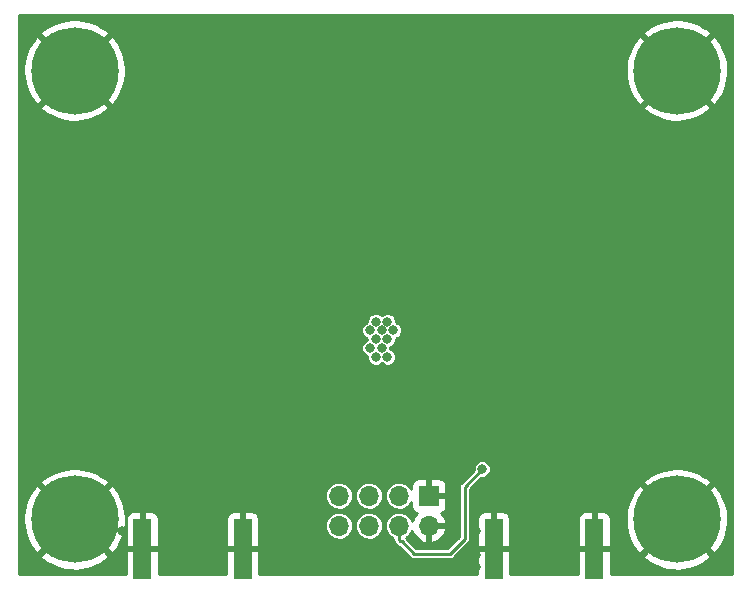
<source format=gbl>
G04 #@! TF.GenerationSoftware,KiCad,Pcbnew,(5.99.0-221-ga18d3cc)*
G04 #@! TF.CreationDate,2019-11-20T11:38:58-07:00*
G04 #@! TF.ProjectId,av3-top,6176332d-746f-4702-9e6b-696361645f70,rev?*
G04 #@! TF.SameCoordinates,Original*
G04 #@! TF.FileFunction,Copper,L4,Bot*
G04 #@! TF.FilePolarity,Positive*
%FSLAX46Y46*%
G04 Gerber Fmt 4.6, Leading zero omitted, Abs format (unit mm)*
G04 Created by KiCad (PCBNEW (5.99.0-221-ga18d3cc)) date 2019-11-20 11:38:58*
%MOMM*%
%LPD*%
G04 APERTURE LIST*
%ADD10O,1.700000X1.700000*%
%ADD11R,1.700000X1.700000*%
%ADD12C,0.800000*%
%ADD13C,7.400000*%
%ADD14R,1.500000X5.080000*%
%ADD15C,0.250000*%
%ADD16C,0.254000*%
G04 APERTURE END LIST*
D10*
X137380000Y-150540000D03*
X137380000Y-148000000D03*
X139920000Y-150540000D03*
X139920000Y-148000000D03*
X142460000Y-150540000D03*
X142460000Y-148000000D03*
X145000000Y-150540000D03*
D11*
X145000000Y-148000000D03*
D12*
X116962221Y-148037779D03*
X115000000Y-147225000D03*
X113037779Y-148037779D03*
X112225000Y-150000000D03*
X113037779Y-151962221D03*
X115000000Y-152775000D03*
X116962221Y-151962221D03*
X117775000Y-150000000D03*
D13*
X115000000Y-150000000D03*
D12*
X167962221Y-148037779D03*
X166000000Y-147225000D03*
X164037779Y-148037779D03*
X163225000Y-150000000D03*
X164037779Y-151962221D03*
X166000000Y-152775000D03*
X167962221Y-151962221D03*
X168775000Y-150000000D03*
D13*
X166000000Y-150000000D03*
D12*
X164037779Y-113962221D03*
X166000000Y-114775000D03*
X167962221Y-113962221D03*
X168775000Y-112000000D03*
X167962221Y-110037779D03*
X166000000Y-109225000D03*
X164037779Y-110037779D03*
X163225000Y-112000000D03*
D13*
X166000000Y-112000000D03*
D12*
X113037779Y-113962221D03*
X115000000Y-114775000D03*
X116962221Y-113962221D03*
X117775000Y-112000000D03*
X116962221Y-110037779D03*
X115000000Y-109225000D03*
X113037779Y-110037779D03*
X112225000Y-112000000D03*
D13*
X115000000Y-112000000D03*
D14*
X159000000Y-152500000D03*
X150500000Y-152500000D03*
X129250000Y-152500000D03*
X120750000Y-152500000D03*
D12*
X149525000Y-145725000D03*
X141500000Y-136250000D03*
X140500000Y-136250000D03*
X141000000Y-135500000D03*
X140000000Y-135500000D03*
X140500000Y-134750000D03*
X141500000Y-134750000D03*
X142000000Y-134000000D03*
X141000000Y-134000000D03*
X140000000Y-134000000D03*
X140500000Y-133250000D03*
X141500000Y-133250000D03*
X133500000Y-109250000D03*
X134500000Y-110000000D03*
X132500000Y-110000000D03*
X132000000Y-112000000D03*
X135000000Y-112000000D03*
X134000000Y-147000000D03*
X133000000Y-147000000D03*
X132000000Y-148000000D03*
X131000000Y-153000000D03*
X131000000Y-151000000D03*
X131000000Y-149000000D03*
X149000000Y-154000000D03*
X149000000Y-153000000D03*
X149000000Y-151000000D03*
X148975000Y-148975000D03*
X161000000Y-154000000D03*
X161000000Y-152000000D03*
X161000000Y-150000000D03*
X119000000Y-153000000D03*
X119000000Y-151000000D03*
X120000000Y-149000000D03*
X120000000Y-147000000D03*
X120000000Y-145000000D03*
X120000000Y-143000000D03*
X120000000Y-141000000D03*
X120750000Y-138250000D03*
X121750000Y-138250000D03*
X122750000Y-138250000D03*
X121000000Y-136000000D03*
X122000000Y-135000000D03*
X122000000Y-133000000D03*
X122000000Y-131000000D03*
X122000000Y-129000000D03*
X122000000Y-127000000D03*
X122000000Y-125000000D03*
X122000000Y-123000000D03*
X122000000Y-119000000D03*
X122000000Y-117000000D03*
X122000000Y-115000000D03*
X122000000Y-113000000D03*
X122000000Y-111000000D03*
X124000000Y-111000000D03*
X126000000Y-111000000D03*
X128000000Y-111000000D03*
X130000000Y-111000000D03*
X132000000Y-111000000D03*
X135000000Y-111000000D03*
X137000000Y-111000000D03*
X139000000Y-111000000D03*
X141000000Y-111000000D03*
X143000000Y-111000000D03*
X145000000Y-111000000D03*
X147000000Y-111000000D03*
X149000000Y-111000000D03*
X151000000Y-111000000D03*
X153000000Y-113000000D03*
X155000000Y-115000000D03*
X157000000Y-117000000D03*
X159000000Y-119000000D03*
X159000000Y-121000000D03*
X159000000Y-123000000D03*
X159000000Y-125000000D03*
X159000000Y-127000000D03*
X159000000Y-129000000D03*
X160000000Y-135000000D03*
X160000000Y-137000000D03*
X160000000Y-139000000D03*
X160000000Y-141000000D03*
X160000000Y-143000000D03*
X160000000Y-145000000D03*
X160000000Y-147000000D03*
X159000000Y-149000000D03*
X147000000Y-117250000D03*
X145000000Y-117250000D03*
X146000000Y-117250000D03*
X147500000Y-118000000D03*
X146500000Y-118000000D03*
X145500000Y-118000000D03*
X144500000Y-118000000D03*
X134750000Y-118750000D03*
X133500000Y-115750000D03*
X133750000Y-118750000D03*
X132750000Y-118750000D03*
X132750000Y-117750000D03*
X132750000Y-116750000D03*
X147000000Y-142250000D03*
X146000000Y-142250000D03*
X140000000Y-142250000D03*
X141000000Y-142250000D03*
X142000000Y-142250000D03*
X143000000Y-142250000D03*
X144000000Y-142250000D03*
X145000000Y-142250000D03*
X158500000Y-133000000D03*
X159500000Y-133000000D03*
X160500000Y-133000000D03*
X161500000Y-133000000D03*
X162500000Y-133000000D03*
X163500000Y-133000000D03*
X164500000Y-133000000D03*
X165500000Y-133000000D03*
X165000000Y-132250000D03*
X164000000Y-132250000D03*
X163000000Y-132250000D03*
X162000000Y-132250000D03*
X161000000Y-132250000D03*
X160000000Y-132250000D03*
X159000000Y-132250000D03*
X158000000Y-132250000D03*
X157500000Y-131500000D03*
X158500000Y-131500000D03*
X159500000Y-131500000D03*
X160500000Y-131500000D03*
X161500000Y-131500000D03*
X162500000Y-131500000D03*
X163500000Y-131500000D03*
X164500000Y-131500000D03*
X165500000Y-131500000D03*
X165000000Y-130750000D03*
X164000000Y-130750000D03*
X163000000Y-130750000D03*
X162000000Y-130750000D03*
X161000000Y-130750000D03*
X160000000Y-130750000D03*
X158000000Y-130750000D03*
X159000000Y-130750000D03*
X158500000Y-130000000D03*
X159500000Y-130000000D03*
X160500000Y-130000000D03*
X161500000Y-130000000D03*
X162500000Y-130000000D03*
X163500000Y-130000000D03*
X164500000Y-130000000D03*
X165500000Y-130000000D03*
X143750000Y-133000000D03*
X144750000Y-133000000D03*
X145750000Y-133000000D03*
X146750000Y-133000000D03*
X147750000Y-133000000D03*
X148750000Y-133000000D03*
X149750000Y-133000000D03*
X150750000Y-133000000D03*
X151750000Y-133000000D03*
X152750000Y-131500000D03*
X152250000Y-132250000D03*
X152250000Y-130750000D03*
X151750000Y-131500000D03*
X151250000Y-132250000D03*
X150250000Y-132250000D03*
X149250000Y-132250000D03*
X148250000Y-132250000D03*
X147250000Y-132250000D03*
X146250000Y-132250000D03*
X145250000Y-132250000D03*
X144250000Y-132250000D03*
X143750000Y-131500000D03*
X144750000Y-131500000D03*
X145750000Y-131500000D03*
X146750000Y-131500000D03*
X147750000Y-131500000D03*
X148750000Y-131500000D03*
X149750000Y-131500000D03*
X150750000Y-131500000D03*
X151250000Y-130750000D03*
X150750000Y-130000000D03*
X150250000Y-130750000D03*
X149250000Y-130750000D03*
X148250000Y-130750000D03*
X147250000Y-130750000D03*
X146250000Y-130750000D03*
X145250000Y-130750000D03*
X144250000Y-130750000D03*
X149750000Y-130000000D03*
X148750000Y-130000000D03*
X147750000Y-130000000D03*
X146750000Y-130000000D03*
X145750000Y-130000000D03*
X144750000Y-130000000D03*
X143750000Y-130000000D03*
X154600000Y-131100000D03*
X154600000Y-132000000D03*
X155500000Y-132000000D03*
X155500000Y-131100000D03*
X133000000Y-112250000D03*
X133000000Y-111250000D03*
X133500000Y-110250000D03*
X134000000Y-111250000D03*
X134000000Y-112250000D03*
X133500000Y-113250000D03*
X122000000Y-121000000D03*
X121000000Y-121000000D03*
X120000000Y-121000000D03*
D15*
X142700000Y-151875000D02*
X142592919Y-151875000D01*
X142592919Y-151875000D02*
X142460000Y-151742081D01*
X142460000Y-151742081D02*
X142460000Y-150540000D01*
X143750000Y-152925000D02*
X142700000Y-151875000D01*
X146750000Y-152925000D02*
X143750000Y-152925000D01*
X148025000Y-151650000D02*
X146750000Y-152925000D01*
X148025000Y-147225000D02*
X148025000Y-151650000D01*
X149525000Y-145725000D02*
X148025000Y-147225000D01*
D16*
G36*
X170666001Y-154666000D02*
G01*
X160391837Y-154666000D01*
X160391837Y-153157763D01*
X163023257Y-153157763D01*
X163352443Y-153437923D01*
X163700561Y-153679871D01*
X164070628Y-153886695D01*
X164459111Y-154056419D01*
X164862303Y-154187423D01*
X165276353Y-154278458D01*
X165697311Y-154328654D01*
X166121158Y-154337532D01*
X166543849Y-154305009D01*
X166961348Y-154231392D01*
X167369672Y-154117386D01*
X167764922Y-153964079D01*
X168143325Y-153772933D01*
X168501269Y-153545775D01*
X168835338Y-153284772D01*
X168972825Y-153153845D01*
X166000000Y-150181019D01*
X163023257Y-153157763D01*
X160391837Y-153157763D01*
X160391837Y-152628000D01*
X159128000Y-152628000D01*
X159128000Y-154666000D01*
X158872000Y-154666000D01*
X158872000Y-152628000D01*
X157608163Y-152628000D01*
X157608163Y-154666000D01*
X151891837Y-154666000D01*
X151891837Y-152628000D01*
X150628000Y-152628000D01*
X150628000Y-154666000D01*
X150372000Y-154666000D01*
X150372000Y-152628000D01*
X149108163Y-152628000D01*
X149108163Y-154666000D01*
X130641837Y-154666000D01*
X130641837Y-152628000D01*
X129378000Y-152628000D01*
X129378000Y-154666000D01*
X129122000Y-154666000D01*
X129122000Y-152628000D01*
X127858163Y-152628000D01*
X127858163Y-154666000D01*
X122141837Y-154666000D01*
X122141837Y-152628000D01*
X120878000Y-152628000D01*
X120878000Y-154666000D01*
X120622000Y-154666000D01*
X120622000Y-152628000D01*
X119358163Y-152628000D01*
X119358163Y-154666000D01*
X110334000Y-154666000D01*
X110334000Y-153157763D01*
X112023257Y-153157763D01*
X112352443Y-153437923D01*
X112700561Y-153679871D01*
X113070628Y-153886695D01*
X113459111Y-154056419D01*
X113862303Y-154187423D01*
X114276353Y-154278458D01*
X114697311Y-154328654D01*
X115121158Y-154337532D01*
X115543849Y-154305009D01*
X115961348Y-154231392D01*
X116369672Y-154117386D01*
X116764922Y-153964079D01*
X117143325Y-153772933D01*
X117501269Y-153545775D01*
X117835338Y-153284772D01*
X117972825Y-153153845D01*
X115000000Y-150181019D01*
X112023257Y-153157763D01*
X110334000Y-153157763D01*
X110334000Y-150151437D01*
X110663418Y-150151437D01*
X110698894Y-150573890D01*
X110775422Y-150990866D01*
X110892277Y-151398383D01*
X111048339Y-151792553D01*
X111242121Y-152169612D01*
X111471773Y-152525962D01*
X111735103Y-152858202D01*
X111845972Y-152973007D01*
X114818981Y-150000000D01*
X115181019Y-150000000D01*
X118156748Y-152975728D01*
X118419356Y-152671493D01*
X118663729Y-152325073D01*
X118873130Y-151956458D01*
X119045562Y-151569170D01*
X119179379Y-151166903D01*
X119273302Y-150753499D01*
X119326546Y-150332026D01*
X119331894Y-149948976D01*
X119358163Y-149948976D01*
X119358163Y-152372000D01*
X120622000Y-152372000D01*
X120622000Y-149318163D01*
X120878000Y-149318163D01*
X120878000Y-152372000D01*
X122141837Y-152372000D01*
X122141837Y-149948976D01*
X127858163Y-149948976D01*
X127858163Y-152372000D01*
X129122000Y-152372000D01*
X129122000Y-149318163D01*
X129378000Y-149318163D01*
X129378000Y-152372000D01*
X130641837Y-152372000D01*
X130641837Y-150531694D01*
X136190306Y-150531694D01*
X136211350Y-150762932D01*
X136276908Y-150985678D01*
X136384482Y-151191449D01*
X136529976Y-151372405D01*
X136707846Y-151521657D01*
X136911318Y-151633516D01*
X137133066Y-151703859D01*
X137324694Y-151724000D01*
X137438369Y-151724000D01*
X137611085Y-151707065D01*
X137833368Y-151639953D01*
X138038383Y-151530945D01*
X138218319Y-151384193D01*
X138366326Y-151205285D01*
X138476762Y-151001036D01*
X138545423Y-150779227D01*
X138569694Y-150548306D01*
X138568183Y-150531694D01*
X138730306Y-150531694D01*
X138751350Y-150762932D01*
X138816908Y-150985678D01*
X138924482Y-151191449D01*
X139069976Y-151372405D01*
X139247846Y-151521657D01*
X139451318Y-151633516D01*
X139673066Y-151703859D01*
X139864694Y-151724000D01*
X139978369Y-151724000D01*
X140151085Y-151707065D01*
X140373368Y-151639953D01*
X140578383Y-151530945D01*
X140758319Y-151384193D01*
X140906326Y-151205285D01*
X141016762Y-151001036D01*
X141085423Y-150779227D01*
X141109694Y-150548306D01*
X141088650Y-150317068D01*
X141023092Y-150094322D01*
X140915518Y-149888551D01*
X140770024Y-149707595D01*
X140592154Y-149558343D01*
X140388682Y-149446484D01*
X140166934Y-149376141D01*
X139975306Y-149356000D01*
X139861631Y-149356000D01*
X139688915Y-149372935D01*
X139466632Y-149440047D01*
X139261617Y-149549055D01*
X139081681Y-149695807D01*
X138933674Y-149874715D01*
X138823238Y-150078964D01*
X138754577Y-150300773D01*
X138730306Y-150531694D01*
X138568183Y-150531694D01*
X138548650Y-150317068D01*
X138483092Y-150094322D01*
X138375518Y-149888551D01*
X138230024Y-149707595D01*
X138052154Y-149558343D01*
X137848682Y-149446484D01*
X137626934Y-149376141D01*
X137435306Y-149356000D01*
X137321631Y-149356000D01*
X137148915Y-149372935D01*
X136926632Y-149440047D01*
X136721617Y-149549055D01*
X136541681Y-149695807D01*
X136393674Y-149874715D01*
X136283238Y-150078964D01*
X136214577Y-150300773D01*
X136190306Y-150531694D01*
X130641837Y-150531694D01*
X130641837Y-149943412D01*
X130561205Y-149642489D01*
X130413815Y-149466835D01*
X130220186Y-149355044D01*
X130011024Y-149318163D01*
X129378000Y-149318163D01*
X129122000Y-149318163D01*
X128483412Y-149318163D01*
X128182489Y-149398795D01*
X128006835Y-149546185D01*
X127895044Y-149739814D01*
X127858163Y-149948976D01*
X122141837Y-149948976D01*
X122141837Y-149943412D01*
X122061205Y-149642489D01*
X121913815Y-149466835D01*
X121720186Y-149355044D01*
X121511024Y-149318163D01*
X120878000Y-149318163D01*
X120622000Y-149318163D01*
X119983412Y-149318163D01*
X119682489Y-149398795D01*
X119506835Y-149546185D01*
X119395044Y-149739814D01*
X119358163Y-149948976D01*
X119331894Y-149948976D01*
X119334130Y-149788908D01*
X119292675Y-149366113D01*
X119210331Y-148950246D01*
X119087799Y-148544401D01*
X118926247Y-148152448D01*
X118840773Y-147991694D01*
X136190306Y-147991694D01*
X136211350Y-148222932D01*
X136276908Y-148445678D01*
X136384482Y-148651449D01*
X136529976Y-148832405D01*
X136707846Y-148981657D01*
X136911318Y-149093516D01*
X137133066Y-149163859D01*
X137324694Y-149184000D01*
X137438369Y-149184000D01*
X137611085Y-149167065D01*
X137833368Y-149099953D01*
X138038383Y-148990945D01*
X138218319Y-148844193D01*
X138366326Y-148665285D01*
X138476762Y-148461036D01*
X138545423Y-148239227D01*
X138569694Y-148008306D01*
X138568183Y-147991694D01*
X138730306Y-147991694D01*
X138751350Y-148222932D01*
X138816908Y-148445678D01*
X138924482Y-148651449D01*
X139069976Y-148832405D01*
X139247846Y-148981657D01*
X139451318Y-149093516D01*
X139673066Y-149163859D01*
X139864694Y-149184000D01*
X139978369Y-149184000D01*
X140151085Y-149167065D01*
X140373368Y-149099953D01*
X140578383Y-148990945D01*
X140758319Y-148844193D01*
X140906326Y-148665285D01*
X141016762Y-148461036D01*
X141085423Y-148239227D01*
X141109694Y-148008306D01*
X141108183Y-147991694D01*
X141270306Y-147991694D01*
X141291350Y-148222932D01*
X141356908Y-148445678D01*
X141464482Y-148651449D01*
X141609976Y-148832405D01*
X141787846Y-148981657D01*
X141991318Y-149093516D01*
X142213066Y-149163859D01*
X142404694Y-149184000D01*
X142518369Y-149184000D01*
X142691085Y-149167065D01*
X142913368Y-149099953D01*
X143118383Y-148990945D01*
X143298319Y-148844193D01*
X143446326Y-148665285D01*
X143508163Y-148550919D01*
X143508163Y-148866588D01*
X143588795Y-149167512D01*
X143736185Y-149343165D01*
X143929814Y-149454956D01*
X143978446Y-149463531D01*
X143884534Y-149553119D01*
X143734203Y-149755172D01*
X143620064Y-149979666D01*
X143573491Y-150129655D01*
X143563092Y-150094322D01*
X143455518Y-149888551D01*
X143310024Y-149707595D01*
X143132154Y-149558343D01*
X142928682Y-149446484D01*
X142706934Y-149376141D01*
X142515306Y-149356000D01*
X142401631Y-149356000D01*
X142228915Y-149372935D01*
X142006632Y-149440047D01*
X141801617Y-149549055D01*
X141621681Y-149695807D01*
X141473674Y-149874715D01*
X141363238Y-150078964D01*
X141294577Y-150300773D01*
X141270306Y-150531694D01*
X141291350Y-150762932D01*
X141356908Y-150985678D01*
X141464482Y-151191449D01*
X141609976Y-151372405D01*
X141787846Y-151521657D01*
X141991318Y-151633516D01*
X142001000Y-151636587D01*
X142001000Y-151730089D01*
X141996159Y-151822459D01*
X142016185Y-151861760D01*
X142031314Y-151932942D01*
X142146008Y-152090804D01*
X142178171Y-152109374D01*
X142259852Y-152191055D01*
X142321768Y-152259821D01*
X142363726Y-152273454D01*
X142424753Y-152313086D01*
X142501047Y-152325170D01*
X143416952Y-153241076D01*
X143478850Y-153309822D01*
X143520805Y-153323453D01*
X143581834Y-153363086D01*
X143774558Y-153393609D01*
X143810421Y-153384000D01*
X146738008Y-153384000D01*
X146830377Y-153388841D01*
X146869678Y-153368816D01*
X146940863Y-153353685D01*
X147098723Y-153238992D01*
X147117293Y-153206829D01*
X148341065Y-151983058D01*
X148409822Y-151921150D01*
X148423453Y-151879195D01*
X148463086Y-151818166D01*
X148493609Y-151625442D01*
X148484000Y-151589579D01*
X148484000Y-149948976D01*
X149108163Y-149948976D01*
X149108163Y-152372000D01*
X150372000Y-152372000D01*
X150372000Y-149318163D01*
X150628000Y-149318163D01*
X150628000Y-152372000D01*
X151891837Y-152372000D01*
X151891837Y-149948976D01*
X157608163Y-149948976D01*
X157608163Y-152372000D01*
X158872000Y-152372000D01*
X158872000Y-149318163D01*
X159128000Y-149318163D01*
X159128000Y-152372000D01*
X160391837Y-152372000D01*
X160391837Y-150151437D01*
X161663418Y-150151437D01*
X161698894Y-150573890D01*
X161775422Y-150990866D01*
X161892277Y-151398383D01*
X162048339Y-151792553D01*
X162242121Y-152169612D01*
X162471773Y-152525962D01*
X162735103Y-152858202D01*
X162845972Y-152973007D01*
X165818981Y-150000000D01*
X166181019Y-150000000D01*
X169156748Y-152975728D01*
X169419356Y-152671493D01*
X169663729Y-152325073D01*
X169873130Y-151956458D01*
X170045562Y-151569170D01*
X170179379Y-151166903D01*
X170273302Y-150753499D01*
X170326546Y-150332026D01*
X170334130Y-149788908D01*
X170292675Y-149366113D01*
X170210331Y-148950246D01*
X170087799Y-148544401D01*
X169926247Y-148152448D01*
X169727220Y-147778132D01*
X169492615Y-147425022D01*
X169161717Y-147019303D01*
X166181019Y-150000000D01*
X165818981Y-150000000D01*
X162841071Y-147022091D01*
X162543678Y-147376508D01*
X162304165Y-147726308D01*
X162099931Y-148097809D01*
X161932923Y-148487468D01*
X161804737Y-148891563D01*
X161716594Y-149306240D01*
X161669338Y-149727538D01*
X161663418Y-150151437D01*
X160391837Y-150151437D01*
X160391837Y-149943412D01*
X160311205Y-149642489D01*
X160163815Y-149466835D01*
X159970186Y-149355044D01*
X159761024Y-149318163D01*
X159128000Y-149318163D01*
X158872000Y-149318163D01*
X158233412Y-149318163D01*
X157932489Y-149398795D01*
X157756835Y-149546185D01*
X157645044Y-149739814D01*
X157608163Y-149948976D01*
X151891837Y-149948976D01*
X151891837Y-149943412D01*
X151811205Y-149642489D01*
X151663815Y-149466835D01*
X151470186Y-149355044D01*
X151261024Y-149318163D01*
X150628000Y-149318163D01*
X150372000Y-149318163D01*
X149733412Y-149318163D01*
X149432489Y-149398795D01*
X149256835Y-149546185D01*
X149145044Y-149739814D01*
X149108163Y-149948976D01*
X148484000Y-149948976D01*
X148484000Y-147415122D01*
X149062462Y-146836660D01*
X163017680Y-146836660D01*
X166000000Y-149818981D01*
X168979228Y-146839752D01*
X168599298Y-146525446D01*
X168247835Y-146288382D01*
X167874917Y-146086746D01*
X167484102Y-145922462D01*
X167079121Y-145797100D01*
X166663840Y-145711855D01*
X166242222Y-145667541D01*
X165818292Y-145664582D01*
X165396096Y-145703004D01*
X164979666Y-145782443D01*
X164572973Y-145902138D01*
X164179903Y-146060949D01*
X163804205Y-146257359D01*
X163449467Y-146489494D01*
X163017680Y-146836660D01*
X149062462Y-146836660D01*
X149440124Y-146458999D01*
X149641254Y-146458999D01*
X149862383Y-146387150D01*
X150050485Y-146250485D01*
X150187150Y-146062383D01*
X150258999Y-145841254D01*
X150258999Y-145608746D01*
X150187150Y-145387617D01*
X150050485Y-145199515D01*
X149862383Y-145062850D01*
X149641254Y-144991001D01*
X149408746Y-144991001D01*
X149187617Y-145062850D01*
X148999515Y-145199515D01*
X148862850Y-145387617D01*
X148791001Y-145608746D01*
X148791001Y-145809876D01*
X147708947Y-146891931D01*
X147640178Y-146953852D01*
X147626547Y-146995806D01*
X147586914Y-147056835D01*
X147556391Y-147249558D01*
X147566000Y-147285421D01*
X147566001Y-151459876D01*
X146559878Y-152466000D01*
X143940124Y-152466000D01*
X143044404Y-151570281D01*
X143118383Y-151530945D01*
X143298319Y-151384193D01*
X143446326Y-151205285D01*
X143556762Y-151001036D01*
X143570845Y-150955540D01*
X143573456Y-150967983D01*
X143665961Y-151202222D01*
X143796610Y-151417526D01*
X143961669Y-151607739D01*
X144156416Y-151767422D01*
X144375284Y-151892009D01*
X144614831Y-151978960D01*
X144872000Y-152013047D01*
X144872000Y-150668000D01*
X145128000Y-150668000D01*
X145128000Y-152039978D01*
X145494708Y-151944800D01*
X145724329Y-151841363D01*
X145933240Y-151700716D01*
X146115466Y-151526881D01*
X146265797Y-151324828D01*
X146379936Y-151100334D01*
X146454618Y-150859819D01*
X146480043Y-150668000D01*
X145128000Y-150668000D01*
X144872000Y-150668000D01*
X144872000Y-150412000D01*
X146489487Y-150412000D01*
X146426544Y-150112017D01*
X146334039Y-149877778D01*
X146203390Y-149662474D01*
X146038331Y-149472261D01*
X146014025Y-149452331D01*
X146167512Y-149411205D01*
X146343165Y-149263815D01*
X146454956Y-149070186D01*
X146491837Y-148861024D01*
X146491837Y-148128000D01*
X144872000Y-148128000D01*
X144872000Y-146508163D01*
X145128000Y-146508163D01*
X145128000Y-147872000D01*
X146491837Y-147872000D01*
X146491837Y-147133412D01*
X146411205Y-146832489D01*
X146263815Y-146656835D01*
X146070186Y-146545044D01*
X145861024Y-146508163D01*
X145128000Y-146508163D01*
X144872000Y-146508163D01*
X144133412Y-146508163D01*
X143832489Y-146588795D01*
X143656835Y-146736185D01*
X143545044Y-146929814D01*
X143508163Y-147138976D01*
X143508163Y-147449252D01*
X143455518Y-147348551D01*
X143310024Y-147167595D01*
X143132154Y-147018343D01*
X142928682Y-146906484D01*
X142706934Y-146836141D01*
X142515306Y-146816000D01*
X142401631Y-146816000D01*
X142228915Y-146832935D01*
X142006632Y-146900047D01*
X141801617Y-147009055D01*
X141621681Y-147155807D01*
X141473674Y-147334715D01*
X141363238Y-147538964D01*
X141294577Y-147760773D01*
X141270306Y-147991694D01*
X141108183Y-147991694D01*
X141088650Y-147777068D01*
X141023092Y-147554322D01*
X140915518Y-147348551D01*
X140770024Y-147167595D01*
X140592154Y-147018343D01*
X140388682Y-146906484D01*
X140166934Y-146836141D01*
X139975306Y-146816000D01*
X139861631Y-146816000D01*
X139688915Y-146832935D01*
X139466632Y-146900047D01*
X139261617Y-147009055D01*
X139081681Y-147155807D01*
X138933674Y-147334715D01*
X138823238Y-147538964D01*
X138754577Y-147760773D01*
X138730306Y-147991694D01*
X138568183Y-147991694D01*
X138548650Y-147777068D01*
X138483092Y-147554322D01*
X138375518Y-147348551D01*
X138230024Y-147167595D01*
X138052154Y-147018343D01*
X137848682Y-146906484D01*
X137626934Y-146836141D01*
X137435306Y-146816000D01*
X137321631Y-146816000D01*
X137148915Y-146832935D01*
X136926632Y-146900047D01*
X136721617Y-147009055D01*
X136541681Y-147155807D01*
X136393674Y-147334715D01*
X136283238Y-147538964D01*
X136214577Y-147760773D01*
X136190306Y-147991694D01*
X118840773Y-147991694D01*
X118727220Y-147778132D01*
X118492615Y-147425022D01*
X118161717Y-147019303D01*
X115181019Y-150000000D01*
X114818981Y-150000000D01*
X111841071Y-147022091D01*
X111543678Y-147376508D01*
X111304165Y-147726308D01*
X111099931Y-148097809D01*
X110932923Y-148487468D01*
X110804737Y-148891563D01*
X110716594Y-149306240D01*
X110669338Y-149727538D01*
X110663418Y-150151437D01*
X110334000Y-150151437D01*
X110334000Y-146836660D01*
X112017680Y-146836660D01*
X115000000Y-149818981D01*
X117979228Y-146839752D01*
X117599298Y-146525446D01*
X117247835Y-146288382D01*
X116874917Y-146086746D01*
X116484102Y-145922462D01*
X116079121Y-145797100D01*
X115663840Y-145711855D01*
X115242222Y-145667541D01*
X114818292Y-145664582D01*
X114396096Y-145703004D01*
X113979666Y-145782443D01*
X113572973Y-145902138D01*
X113179903Y-146060949D01*
X112804205Y-146257359D01*
X112449467Y-146489494D01*
X112017680Y-146836660D01*
X110334000Y-146836660D01*
X110334000Y-133883746D01*
X139266001Y-133883746D01*
X139266001Y-134116254D01*
X139337850Y-134337383D01*
X139474515Y-134525485D01*
X139662617Y-134662150D01*
X139766001Y-134695741D01*
X139766001Y-134804259D01*
X139662617Y-134837850D01*
X139474515Y-134974515D01*
X139337850Y-135162617D01*
X139266001Y-135383746D01*
X139266001Y-135616254D01*
X139337850Y-135837383D01*
X139474515Y-136025485D01*
X139662617Y-136162150D01*
X139766001Y-136195741D01*
X139766001Y-136366254D01*
X139837850Y-136587383D01*
X139974515Y-136775485D01*
X140162617Y-136912150D01*
X140383746Y-136983999D01*
X140616254Y-136983999D01*
X140837383Y-136912150D01*
X141000000Y-136794001D01*
X141162617Y-136912150D01*
X141383746Y-136983999D01*
X141616254Y-136983999D01*
X141837383Y-136912150D01*
X142025485Y-136775485D01*
X142162150Y-136587383D01*
X142233999Y-136366254D01*
X142233999Y-136133746D01*
X142162150Y-135912617D01*
X142025485Y-135724515D01*
X141837383Y-135587850D01*
X141733999Y-135554259D01*
X141733999Y-135445741D01*
X141837383Y-135412150D01*
X142025485Y-135275485D01*
X142162150Y-135087383D01*
X142233999Y-134866254D01*
X142233999Y-134695741D01*
X142337383Y-134662150D01*
X142525485Y-134525485D01*
X142662150Y-134337383D01*
X142733999Y-134116254D01*
X142733999Y-133883746D01*
X142662150Y-133662617D01*
X142525485Y-133474515D01*
X142337383Y-133337850D01*
X142233999Y-133304259D01*
X142233999Y-133133746D01*
X142162150Y-132912617D01*
X142025485Y-132724515D01*
X141837383Y-132587850D01*
X141616254Y-132516001D01*
X141383746Y-132516001D01*
X141162617Y-132587850D01*
X141000000Y-132705999D01*
X140837383Y-132587850D01*
X140616254Y-132516001D01*
X140383746Y-132516001D01*
X140162617Y-132587850D01*
X139974515Y-132724515D01*
X139837850Y-132912617D01*
X139766001Y-133133746D01*
X139766001Y-133304259D01*
X139662617Y-133337850D01*
X139474515Y-133474515D01*
X139337850Y-133662617D01*
X139266001Y-133883746D01*
X110334000Y-133883746D01*
X110334000Y-115157763D01*
X112023257Y-115157763D01*
X112352443Y-115437923D01*
X112700561Y-115679871D01*
X113070628Y-115886695D01*
X113459111Y-116056419D01*
X113862303Y-116187423D01*
X114276353Y-116278458D01*
X114697311Y-116328654D01*
X115121158Y-116337532D01*
X115543849Y-116305009D01*
X115961348Y-116231392D01*
X116369672Y-116117386D01*
X116764922Y-115964079D01*
X117143325Y-115772933D01*
X117501269Y-115545775D01*
X117835338Y-115284772D01*
X117968710Y-115157763D01*
X163023257Y-115157763D01*
X163352443Y-115437923D01*
X163700561Y-115679871D01*
X164070628Y-115886695D01*
X164459111Y-116056419D01*
X164862303Y-116187423D01*
X165276353Y-116278458D01*
X165697311Y-116328654D01*
X166121158Y-116337532D01*
X166543849Y-116305009D01*
X166961348Y-116231392D01*
X167369672Y-116117386D01*
X167764922Y-115964079D01*
X168143325Y-115772933D01*
X168501269Y-115545775D01*
X168835338Y-115284772D01*
X168972825Y-115153845D01*
X166000000Y-112181019D01*
X163023257Y-115157763D01*
X117968710Y-115157763D01*
X117972825Y-115153845D01*
X115000000Y-112181019D01*
X112023257Y-115157763D01*
X110334000Y-115157763D01*
X110334000Y-112151437D01*
X110663418Y-112151437D01*
X110698894Y-112573890D01*
X110775422Y-112990866D01*
X110892277Y-113398383D01*
X111048339Y-113792553D01*
X111242121Y-114169612D01*
X111471773Y-114525962D01*
X111735103Y-114858202D01*
X111845972Y-114973007D01*
X114818981Y-112000000D01*
X115181019Y-112000000D01*
X118156748Y-114975728D01*
X118419356Y-114671493D01*
X118663729Y-114325073D01*
X118873130Y-113956458D01*
X119045562Y-113569170D01*
X119179379Y-113166903D01*
X119273302Y-112753499D01*
X119326546Y-112332026D01*
X119329067Y-112151437D01*
X161663418Y-112151437D01*
X161698894Y-112573890D01*
X161775422Y-112990866D01*
X161892277Y-113398383D01*
X162048339Y-113792553D01*
X162242121Y-114169612D01*
X162471773Y-114525962D01*
X162735103Y-114858202D01*
X162845972Y-114973007D01*
X165818981Y-112000000D01*
X166181019Y-112000000D01*
X169156748Y-114975728D01*
X169419356Y-114671493D01*
X169663729Y-114325073D01*
X169873130Y-113956458D01*
X170045562Y-113569170D01*
X170179379Y-113166903D01*
X170273302Y-112753499D01*
X170326546Y-112332026D01*
X170334130Y-111788908D01*
X170292675Y-111366113D01*
X170210331Y-110950246D01*
X170087799Y-110544401D01*
X169926247Y-110152448D01*
X169727220Y-109778132D01*
X169492615Y-109425022D01*
X169161717Y-109019303D01*
X166181019Y-112000000D01*
X165818981Y-112000000D01*
X162841071Y-109022091D01*
X162543678Y-109376508D01*
X162304165Y-109726308D01*
X162099931Y-110097809D01*
X161932923Y-110487468D01*
X161804737Y-110891563D01*
X161716594Y-111306240D01*
X161669338Y-111727538D01*
X161663418Y-112151437D01*
X119329067Y-112151437D01*
X119334130Y-111788908D01*
X119292675Y-111366113D01*
X119210331Y-110950246D01*
X119087799Y-110544401D01*
X118926247Y-110152448D01*
X118727220Y-109778132D01*
X118492615Y-109425022D01*
X118161717Y-109019303D01*
X115181019Y-112000000D01*
X114818981Y-112000000D01*
X111841071Y-109022091D01*
X111543678Y-109376508D01*
X111304165Y-109726308D01*
X111099931Y-110097809D01*
X110932923Y-110487468D01*
X110804737Y-110891563D01*
X110716594Y-111306240D01*
X110669338Y-111727538D01*
X110663418Y-112151437D01*
X110334000Y-112151437D01*
X110334000Y-108836660D01*
X112017680Y-108836660D01*
X115000000Y-111818981D01*
X117979228Y-108839752D01*
X117975491Y-108836660D01*
X163017680Y-108836660D01*
X166000000Y-111818981D01*
X168979228Y-108839752D01*
X168599298Y-108525446D01*
X168247835Y-108288382D01*
X167874917Y-108086746D01*
X167484102Y-107922462D01*
X167079121Y-107797100D01*
X166663840Y-107711855D01*
X166242222Y-107667541D01*
X165818292Y-107664582D01*
X165396096Y-107703004D01*
X164979666Y-107782443D01*
X164572973Y-107902138D01*
X164179903Y-108060949D01*
X163804205Y-108257359D01*
X163449467Y-108489494D01*
X163017680Y-108836660D01*
X117975491Y-108836660D01*
X117599298Y-108525446D01*
X117247835Y-108288382D01*
X116874917Y-108086746D01*
X116484102Y-107922462D01*
X116079121Y-107797100D01*
X115663840Y-107711855D01*
X115242222Y-107667541D01*
X114818292Y-107664582D01*
X114396096Y-107703004D01*
X113979666Y-107782443D01*
X113572973Y-107902138D01*
X113179903Y-108060949D01*
X112804205Y-108257359D01*
X112449467Y-108489494D01*
X112017680Y-108836660D01*
X110334000Y-108836660D01*
X110334000Y-107334000D01*
X170666000Y-107334000D01*
X170666001Y-154666000D01*
G37*
X170666001Y-154666000D02*
X160391837Y-154666000D01*
X160391837Y-153157763D01*
X163023257Y-153157763D01*
X163352443Y-153437923D01*
X163700561Y-153679871D01*
X164070628Y-153886695D01*
X164459111Y-154056419D01*
X164862303Y-154187423D01*
X165276353Y-154278458D01*
X165697311Y-154328654D01*
X166121158Y-154337532D01*
X166543849Y-154305009D01*
X166961348Y-154231392D01*
X167369672Y-154117386D01*
X167764922Y-153964079D01*
X168143325Y-153772933D01*
X168501269Y-153545775D01*
X168835338Y-153284772D01*
X168972825Y-153153845D01*
X166000000Y-150181019D01*
X163023257Y-153157763D01*
X160391837Y-153157763D01*
X160391837Y-152628000D01*
X159128000Y-152628000D01*
X159128000Y-154666000D01*
X158872000Y-154666000D01*
X158872000Y-152628000D01*
X157608163Y-152628000D01*
X157608163Y-154666000D01*
X151891837Y-154666000D01*
X151891837Y-152628000D01*
X150628000Y-152628000D01*
X150628000Y-154666000D01*
X150372000Y-154666000D01*
X150372000Y-152628000D01*
X149108163Y-152628000D01*
X149108163Y-154666000D01*
X130641837Y-154666000D01*
X130641837Y-152628000D01*
X129378000Y-152628000D01*
X129378000Y-154666000D01*
X129122000Y-154666000D01*
X129122000Y-152628000D01*
X127858163Y-152628000D01*
X127858163Y-154666000D01*
X122141837Y-154666000D01*
X122141837Y-152628000D01*
X120878000Y-152628000D01*
X120878000Y-154666000D01*
X120622000Y-154666000D01*
X120622000Y-152628000D01*
X119358163Y-152628000D01*
X119358163Y-154666000D01*
X110334000Y-154666000D01*
X110334000Y-153157763D01*
X112023257Y-153157763D01*
X112352443Y-153437923D01*
X112700561Y-153679871D01*
X113070628Y-153886695D01*
X113459111Y-154056419D01*
X113862303Y-154187423D01*
X114276353Y-154278458D01*
X114697311Y-154328654D01*
X115121158Y-154337532D01*
X115543849Y-154305009D01*
X115961348Y-154231392D01*
X116369672Y-154117386D01*
X116764922Y-153964079D01*
X117143325Y-153772933D01*
X117501269Y-153545775D01*
X117835338Y-153284772D01*
X117972825Y-153153845D01*
X115000000Y-150181019D01*
X112023257Y-153157763D01*
X110334000Y-153157763D01*
X110334000Y-150151437D01*
X110663418Y-150151437D01*
X110698894Y-150573890D01*
X110775422Y-150990866D01*
X110892277Y-151398383D01*
X111048339Y-151792553D01*
X111242121Y-152169612D01*
X111471773Y-152525962D01*
X111735103Y-152858202D01*
X111845972Y-152973007D01*
X114818981Y-150000000D01*
X115181019Y-150000000D01*
X118156748Y-152975728D01*
X118419356Y-152671493D01*
X118663729Y-152325073D01*
X118873130Y-151956458D01*
X119045562Y-151569170D01*
X119179379Y-151166903D01*
X119273302Y-150753499D01*
X119326546Y-150332026D01*
X119331894Y-149948976D01*
X119358163Y-149948976D01*
X119358163Y-152372000D01*
X120622000Y-152372000D01*
X120622000Y-149318163D01*
X120878000Y-149318163D01*
X120878000Y-152372000D01*
X122141837Y-152372000D01*
X122141837Y-149948976D01*
X127858163Y-149948976D01*
X127858163Y-152372000D01*
X129122000Y-152372000D01*
X129122000Y-149318163D01*
X129378000Y-149318163D01*
X129378000Y-152372000D01*
X130641837Y-152372000D01*
X130641837Y-150531694D01*
X136190306Y-150531694D01*
X136211350Y-150762932D01*
X136276908Y-150985678D01*
X136384482Y-151191449D01*
X136529976Y-151372405D01*
X136707846Y-151521657D01*
X136911318Y-151633516D01*
X137133066Y-151703859D01*
X137324694Y-151724000D01*
X137438369Y-151724000D01*
X137611085Y-151707065D01*
X137833368Y-151639953D01*
X138038383Y-151530945D01*
X138218319Y-151384193D01*
X138366326Y-151205285D01*
X138476762Y-151001036D01*
X138545423Y-150779227D01*
X138569694Y-150548306D01*
X138568183Y-150531694D01*
X138730306Y-150531694D01*
X138751350Y-150762932D01*
X138816908Y-150985678D01*
X138924482Y-151191449D01*
X139069976Y-151372405D01*
X139247846Y-151521657D01*
X139451318Y-151633516D01*
X139673066Y-151703859D01*
X139864694Y-151724000D01*
X139978369Y-151724000D01*
X140151085Y-151707065D01*
X140373368Y-151639953D01*
X140578383Y-151530945D01*
X140758319Y-151384193D01*
X140906326Y-151205285D01*
X141016762Y-151001036D01*
X141085423Y-150779227D01*
X141109694Y-150548306D01*
X141088650Y-150317068D01*
X141023092Y-150094322D01*
X140915518Y-149888551D01*
X140770024Y-149707595D01*
X140592154Y-149558343D01*
X140388682Y-149446484D01*
X140166934Y-149376141D01*
X139975306Y-149356000D01*
X139861631Y-149356000D01*
X139688915Y-149372935D01*
X139466632Y-149440047D01*
X139261617Y-149549055D01*
X139081681Y-149695807D01*
X138933674Y-149874715D01*
X138823238Y-150078964D01*
X138754577Y-150300773D01*
X138730306Y-150531694D01*
X138568183Y-150531694D01*
X138548650Y-150317068D01*
X138483092Y-150094322D01*
X138375518Y-149888551D01*
X138230024Y-149707595D01*
X138052154Y-149558343D01*
X137848682Y-149446484D01*
X137626934Y-149376141D01*
X137435306Y-149356000D01*
X137321631Y-149356000D01*
X137148915Y-149372935D01*
X136926632Y-149440047D01*
X136721617Y-149549055D01*
X136541681Y-149695807D01*
X136393674Y-149874715D01*
X136283238Y-150078964D01*
X136214577Y-150300773D01*
X136190306Y-150531694D01*
X130641837Y-150531694D01*
X130641837Y-149943412D01*
X130561205Y-149642489D01*
X130413815Y-149466835D01*
X130220186Y-149355044D01*
X130011024Y-149318163D01*
X129378000Y-149318163D01*
X129122000Y-149318163D01*
X128483412Y-149318163D01*
X128182489Y-149398795D01*
X128006835Y-149546185D01*
X127895044Y-149739814D01*
X127858163Y-149948976D01*
X122141837Y-149948976D01*
X122141837Y-149943412D01*
X122061205Y-149642489D01*
X121913815Y-149466835D01*
X121720186Y-149355044D01*
X121511024Y-149318163D01*
X120878000Y-149318163D01*
X120622000Y-149318163D01*
X119983412Y-149318163D01*
X119682489Y-149398795D01*
X119506835Y-149546185D01*
X119395044Y-149739814D01*
X119358163Y-149948976D01*
X119331894Y-149948976D01*
X119334130Y-149788908D01*
X119292675Y-149366113D01*
X119210331Y-148950246D01*
X119087799Y-148544401D01*
X118926247Y-148152448D01*
X118840773Y-147991694D01*
X136190306Y-147991694D01*
X136211350Y-148222932D01*
X136276908Y-148445678D01*
X136384482Y-148651449D01*
X136529976Y-148832405D01*
X136707846Y-148981657D01*
X136911318Y-149093516D01*
X137133066Y-149163859D01*
X137324694Y-149184000D01*
X137438369Y-149184000D01*
X137611085Y-149167065D01*
X137833368Y-149099953D01*
X138038383Y-148990945D01*
X138218319Y-148844193D01*
X138366326Y-148665285D01*
X138476762Y-148461036D01*
X138545423Y-148239227D01*
X138569694Y-148008306D01*
X138568183Y-147991694D01*
X138730306Y-147991694D01*
X138751350Y-148222932D01*
X138816908Y-148445678D01*
X138924482Y-148651449D01*
X139069976Y-148832405D01*
X139247846Y-148981657D01*
X139451318Y-149093516D01*
X139673066Y-149163859D01*
X139864694Y-149184000D01*
X139978369Y-149184000D01*
X140151085Y-149167065D01*
X140373368Y-149099953D01*
X140578383Y-148990945D01*
X140758319Y-148844193D01*
X140906326Y-148665285D01*
X141016762Y-148461036D01*
X141085423Y-148239227D01*
X141109694Y-148008306D01*
X141108183Y-147991694D01*
X141270306Y-147991694D01*
X141291350Y-148222932D01*
X141356908Y-148445678D01*
X141464482Y-148651449D01*
X141609976Y-148832405D01*
X141787846Y-148981657D01*
X141991318Y-149093516D01*
X142213066Y-149163859D01*
X142404694Y-149184000D01*
X142518369Y-149184000D01*
X142691085Y-149167065D01*
X142913368Y-149099953D01*
X143118383Y-148990945D01*
X143298319Y-148844193D01*
X143446326Y-148665285D01*
X143508163Y-148550919D01*
X143508163Y-148866588D01*
X143588795Y-149167512D01*
X143736185Y-149343165D01*
X143929814Y-149454956D01*
X143978446Y-149463531D01*
X143884534Y-149553119D01*
X143734203Y-149755172D01*
X143620064Y-149979666D01*
X143573491Y-150129655D01*
X143563092Y-150094322D01*
X143455518Y-149888551D01*
X143310024Y-149707595D01*
X143132154Y-149558343D01*
X142928682Y-149446484D01*
X142706934Y-149376141D01*
X142515306Y-149356000D01*
X142401631Y-149356000D01*
X142228915Y-149372935D01*
X142006632Y-149440047D01*
X141801617Y-149549055D01*
X141621681Y-149695807D01*
X141473674Y-149874715D01*
X141363238Y-150078964D01*
X141294577Y-150300773D01*
X141270306Y-150531694D01*
X141291350Y-150762932D01*
X141356908Y-150985678D01*
X141464482Y-151191449D01*
X141609976Y-151372405D01*
X141787846Y-151521657D01*
X141991318Y-151633516D01*
X142001000Y-151636587D01*
X142001000Y-151730089D01*
X141996159Y-151822459D01*
X142016185Y-151861760D01*
X142031314Y-151932942D01*
X142146008Y-152090804D01*
X142178171Y-152109374D01*
X142259852Y-152191055D01*
X142321768Y-152259821D01*
X142363726Y-152273454D01*
X142424753Y-152313086D01*
X142501047Y-152325170D01*
X143416952Y-153241076D01*
X143478850Y-153309822D01*
X143520805Y-153323453D01*
X143581834Y-153363086D01*
X143774558Y-153393609D01*
X143810421Y-153384000D01*
X146738008Y-153384000D01*
X146830377Y-153388841D01*
X146869678Y-153368816D01*
X146940863Y-153353685D01*
X147098723Y-153238992D01*
X147117293Y-153206829D01*
X148341065Y-151983058D01*
X148409822Y-151921150D01*
X148423453Y-151879195D01*
X148463086Y-151818166D01*
X148493609Y-151625442D01*
X148484000Y-151589579D01*
X148484000Y-149948976D01*
X149108163Y-149948976D01*
X149108163Y-152372000D01*
X150372000Y-152372000D01*
X150372000Y-149318163D01*
X150628000Y-149318163D01*
X150628000Y-152372000D01*
X151891837Y-152372000D01*
X151891837Y-149948976D01*
X157608163Y-149948976D01*
X157608163Y-152372000D01*
X158872000Y-152372000D01*
X158872000Y-149318163D01*
X159128000Y-149318163D01*
X159128000Y-152372000D01*
X160391837Y-152372000D01*
X160391837Y-150151437D01*
X161663418Y-150151437D01*
X161698894Y-150573890D01*
X161775422Y-150990866D01*
X161892277Y-151398383D01*
X162048339Y-151792553D01*
X162242121Y-152169612D01*
X162471773Y-152525962D01*
X162735103Y-152858202D01*
X162845972Y-152973007D01*
X165818981Y-150000000D01*
X166181019Y-150000000D01*
X169156748Y-152975728D01*
X169419356Y-152671493D01*
X169663729Y-152325073D01*
X169873130Y-151956458D01*
X170045562Y-151569170D01*
X170179379Y-151166903D01*
X170273302Y-150753499D01*
X170326546Y-150332026D01*
X170334130Y-149788908D01*
X170292675Y-149366113D01*
X170210331Y-148950246D01*
X170087799Y-148544401D01*
X169926247Y-148152448D01*
X169727220Y-147778132D01*
X169492615Y-147425022D01*
X169161717Y-147019303D01*
X166181019Y-150000000D01*
X165818981Y-150000000D01*
X162841071Y-147022091D01*
X162543678Y-147376508D01*
X162304165Y-147726308D01*
X162099931Y-148097809D01*
X161932923Y-148487468D01*
X161804737Y-148891563D01*
X161716594Y-149306240D01*
X161669338Y-149727538D01*
X161663418Y-150151437D01*
X160391837Y-150151437D01*
X160391837Y-149943412D01*
X160311205Y-149642489D01*
X160163815Y-149466835D01*
X159970186Y-149355044D01*
X159761024Y-149318163D01*
X159128000Y-149318163D01*
X158872000Y-149318163D01*
X158233412Y-149318163D01*
X157932489Y-149398795D01*
X157756835Y-149546185D01*
X157645044Y-149739814D01*
X157608163Y-149948976D01*
X151891837Y-149948976D01*
X151891837Y-149943412D01*
X151811205Y-149642489D01*
X151663815Y-149466835D01*
X151470186Y-149355044D01*
X151261024Y-149318163D01*
X150628000Y-149318163D01*
X150372000Y-149318163D01*
X149733412Y-149318163D01*
X149432489Y-149398795D01*
X149256835Y-149546185D01*
X149145044Y-149739814D01*
X149108163Y-149948976D01*
X148484000Y-149948976D01*
X148484000Y-147415122D01*
X149062462Y-146836660D01*
X163017680Y-146836660D01*
X166000000Y-149818981D01*
X168979228Y-146839752D01*
X168599298Y-146525446D01*
X168247835Y-146288382D01*
X167874917Y-146086746D01*
X167484102Y-145922462D01*
X167079121Y-145797100D01*
X166663840Y-145711855D01*
X166242222Y-145667541D01*
X165818292Y-145664582D01*
X165396096Y-145703004D01*
X164979666Y-145782443D01*
X164572973Y-145902138D01*
X164179903Y-146060949D01*
X163804205Y-146257359D01*
X163449467Y-146489494D01*
X163017680Y-146836660D01*
X149062462Y-146836660D01*
X149440124Y-146458999D01*
X149641254Y-146458999D01*
X149862383Y-146387150D01*
X150050485Y-146250485D01*
X150187150Y-146062383D01*
X150258999Y-145841254D01*
X150258999Y-145608746D01*
X150187150Y-145387617D01*
X150050485Y-145199515D01*
X149862383Y-145062850D01*
X149641254Y-144991001D01*
X149408746Y-144991001D01*
X149187617Y-145062850D01*
X148999515Y-145199515D01*
X148862850Y-145387617D01*
X148791001Y-145608746D01*
X148791001Y-145809876D01*
X147708947Y-146891931D01*
X147640178Y-146953852D01*
X147626547Y-146995806D01*
X147586914Y-147056835D01*
X147556391Y-147249558D01*
X147566000Y-147285421D01*
X147566001Y-151459876D01*
X146559878Y-152466000D01*
X143940124Y-152466000D01*
X143044404Y-151570281D01*
X143118383Y-151530945D01*
X143298319Y-151384193D01*
X143446326Y-151205285D01*
X143556762Y-151001036D01*
X143570845Y-150955540D01*
X143573456Y-150967983D01*
X143665961Y-151202222D01*
X143796610Y-151417526D01*
X143961669Y-151607739D01*
X144156416Y-151767422D01*
X144375284Y-151892009D01*
X144614831Y-151978960D01*
X144872000Y-152013047D01*
X144872000Y-150668000D01*
X145128000Y-150668000D01*
X145128000Y-152039978D01*
X145494708Y-151944800D01*
X145724329Y-151841363D01*
X145933240Y-151700716D01*
X146115466Y-151526881D01*
X146265797Y-151324828D01*
X146379936Y-151100334D01*
X146454618Y-150859819D01*
X146480043Y-150668000D01*
X145128000Y-150668000D01*
X144872000Y-150668000D01*
X144872000Y-150412000D01*
X146489487Y-150412000D01*
X146426544Y-150112017D01*
X146334039Y-149877778D01*
X146203390Y-149662474D01*
X146038331Y-149472261D01*
X146014025Y-149452331D01*
X146167512Y-149411205D01*
X146343165Y-149263815D01*
X146454956Y-149070186D01*
X146491837Y-148861024D01*
X146491837Y-148128000D01*
X144872000Y-148128000D01*
X144872000Y-146508163D01*
X145128000Y-146508163D01*
X145128000Y-147872000D01*
X146491837Y-147872000D01*
X146491837Y-147133412D01*
X146411205Y-146832489D01*
X146263815Y-146656835D01*
X146070186Y-146545044D01*
X145861024Y-146508163D01*
X145128000Y-146508163D01*
X144872000Y-146508163D01*
X144133412Y-146508163D01*
X143832489Y-146588795D01*
X143656835Y-146736185D01*
X143545044Y-146929814D01*
X143508163Y-147138976D01*
X143508163Y-147449252D01*
X143455518Y-147348551D01*
X143310024Y-147167595D01*
X143132154Y-147018343D01*
X142928682Y-146906484D01*
X142706934Y-146836141D01*
X142515306Y-146816000D01*
X142401631Y-146816000D01*
X142228915Y-146832935D01*
X142006632Y-146900047D01*
X141801617Y-147009055D01*
X141621681Y-147155807D01*
X141473674Y-147334715D01*
X141363238Y-147538964D01*
X141294577Y-147760773D01*
X141270306Y-147991694D01*
X141108183Y-147991694D01*
X141088650Y-147777068D01*
X141023092Y-147554322D01*
X140915518Y-147348551D01*
X140770024Y-147167595D01*
X140592154Y-147018343D01*
X140388682Y-146906484D01*
X140166934Y-146836141D01*
X139975306Y-146816000D01*
X139861631Y-146816000D01*
X139688915Y-146832935D01*
X139466632Y-146900047D01*
X139261617Y-147009055D01*
X139081681Y-147155807D01*
X138933674Y-147334715D01*
X138823238Y-147538964D01*
X138754577Y-147760773D01*
X138730306Y-147991694D01*
X138568183Y-147991694D01*
X138548650Y-147777068D01*
X138483092Y-147554322D01*
X138375518Y-147348551D01*
X138230024Y-147167595D01*
X138052154Y-147018343D01*
X137848682Y-146906484D01*
X137626934Y-146836141D01*
X137435306Y-146816000D01*
X137321631Y-146816000D01*
X137148915Y-146832935D01*
X136926632Y-146900047D01*
X136721617Y-147009055D01*
X136541681Y-147155807D01*
X136393674Y-147334715D01*
X136283238Y-147538964D01*
X136214577Y-147760773D01*
X136190306Y-147991694D01*
X118840773Y-147991694D01*
X118727220Y-147778132D01*
X118492615Y-147425022D01*
X118161717Y-147019303D01*
X115181019Y-150000000D01*
X114818981Y-150000000D01*
X111841071Y-147022091D01*
X111543678Y-147376508D01*
X111304165Y-147726308D01*
X111099931Y-148097809D01*
X110932923Y-148487468D01*
X110804737Y-148891563D01*
X110716594Y-149306240D01*
X110669338Y-149727538D01*
X110663418Y-150151437D01*
X110334000Y-150151437D01*
X110334000Y-146836660D01*
X112017680Y-146836660D01*
X115000000Y-149818981D01*
X117979228Y-146839752D01*
X117599298Y-146525446D01*
X117247835Y-146288382D01*
X116874917Y-146086746D01*
X116484102Y-145922462D01*
X116079121Y-145797100D01*
X115663840Y-145711855D01*
X115242222Y-145667541D01*
X114818292Y-145664582D01*
X114396096Y-145703004D01*
X113979666Y-145782443D01*
X113572973Y-145902138D01*
X113179903Y-146060949D01*
X112804205Y-146257359D01*
X112449467Y-146489494D01*
X112017680Y-146836660D01*
X110334000Y-146836660D01*
X110334000Y-133883746D01*
X139266001Y-133883746D01*
X139266001Y-134116254D01*
X139337850Y-134337383D01*
X139474515Y-134525485D01*
X139662617Y-134662150D01*
X139766001Y-134695741D01*
X139766001Y-134804259D01*
X139662617Y-134837850D01*
X139474515Y-134974515D01*
X139337850Y-135162617D01*
X139266001Y-135383746D01*
X139266001Y-135616254D01*
X139337850Y-135837383D01*
X139474515Y-136025485D01*
X139662617Y-136162150D01*
X139766001Y-136195741D01*
X139766001Y-136366254D01*
X139837850Y-136587383D01*
X139974515Y-136775485D01*
X140162617Y-136912150D01*
X140383746Y-136983999D01*
X140616254Y-136983999D01*
X140837383Y-136912150D01*
X141000000Y-136794001D01*
X141162617Y-136912150D01*
X141383746Y-136983999D01*
X141616254Y-136983999D01*
X141837383Y-136912150D01*
X142025485Y-136775485D01*
X142162150Y-136587383D01*
X142233999Y-136366254D01*
X142233999Y-136133746D01*
X142162150Y-135912617D01*
X142025485Y-135724515D01*
X141837383Y-135587850D01*
X141733999Y-135554259D01*
X141733999Y-135445741D01*
X141837383Y-135412150D01*
X142025485Y-135275485D01*
X142162150Y-135087383D01*
X142233999Y-134866254D01*
X142233999Y-134695741D01*
X142337383Y-134662150D01*
X142525485Y-134525485D01*
X142662150Y-134337383D01*
X142733999Y-134116254D01*
X142733999Y-133883746D01*
X142662150Y-133662617D01*
X142525485Y-133474515D01*
X142337383Y-133337850D01*
X142233999Y-133304259D01*
X142233999Y-133133746D01*
X142162150Y-132912617D01*
X142025485Y-132724515D01*
X141837383Y-132587850D01*
X141616254Y-132516001D01*
X141383746Y-132516001D01*
X141162617Y-132587850D01*
X141000000Y-132705999D01*
X140837383Y-132587850D01*
X140616254Y-132516001D01*
X140383746Y-132516001D01*
X140162617Y-132587850D01*
X139974515Y-132724515D01*
X139837850Y-132912617D01*
X139766001Y-133133746D01*
X139766001Y-133304259D01*
X139662617Y-133337850D01*
X139474515Y-133474515D01*
X139337850Y-133662617D01*
X139266001Y-133883746D01*
X110334000Y-133883746D01*
X110334000Y-115157763D01*
X112023257Y-115157763D01*
X112352443Y-115437923D01*
X112700561Y-115679871D01*
X113070628Y-115886695D01*
X113459111Y-116056419D01*
X113862303Y-116187423D01*
X114276353Y-116278458D01*
X114697311Y-116328654D01*
X115121158Y-116337532D01*
X115543849Y-116305009D01*
X115961348Y-116231392D01*
X116369672Y-116117386D01*
X116764922Y-115964079D01*
X117143325Y-115772933D01*
X117501269Y-115545775D01*
X117835338Y-115284772D01*
X117968710Y-115157763D01*
X163023257Y-115157763D01*
X163352443Y-115437923D01*
X163700561Y-115679871D01*
X164070628Y-115886695D01*
X164459111Y-116056419D01*
X164862303Y-116187423D01*
X165276353Y-116278458D01*
X165697311Y-116328654D01*
X166121158Y-116337532D01*
X166543849Y-116305009D01*
X166961348Y-116231392D01*
X167369672Y-116117386D01*
X167764922Y-115964079D01*
X168143325Y-115772933D01*
X168501269Y-115545775D01*
X168835338Y-115284772D01*
X168972825Y-115153845D01*
X166000000Y-112181019D01*
X163023257Y-115157763D01*
X117968710Y-115157763D01*
X117972825Y-115153845D01*
X115000000Y-112181019D01*
X112023257Y-115157763D01*
X110334000Y-115157763D01*
X110334000Y-112151437D01*
X110663418Y-112151437D01*
X110698894Y-112573890D01*
X110775422Y-112990866D01*
X110892277Y-113398383D01*
X111048339Y-113792553D01*
X111242121Y-114169612D01*
X111471773Y-114525962D01*
X111735103Y-114858202D01*
X111845972Y-114973007D01*
X114818981Y-112000000D01*
X115181019Y-112000000D01*
X118156748Y-114975728D01*
X118419356Y-114671493D01*
X118663729Y-114325073D01*
X118873130Y-113956458D01*
X119045562Y-113569170D01*
X119179379Y-113166903D01*
X119273302Y-112753499D01*
X119326546Y-112332026D01*
X119329067Y-112151437D01*
X161663418Y-112151437D01*
X161698894Y-112573890D01*
X161775422Y-112990866D01*
X161892277Y-113398383D01*
X162048339Y-113792553D01*
X162242121Y-114169612D01*
X162471773Y-114525962D01*
X162735103Y-114858202D01*
X162845972Y-114973007D01*
X165818981Y-112000000D01*
X166181019Y-112000000D01*
X169156748Y-114975728D01*
X169419356Y-114671493D01*
X169663729Y-114325073D01*
X169873130Y-113956458D01*
X170045562Y-113569170D01*
X170179379Y-113166903D01*
X170273302Y-112753499D01*
X170326546Y-112332026D01*
X170334130Y-111788908D01*
X170292675Y-111366113D01*
X170210331Y-110950246D01*
X170087799Y-110544401D01*
X169926247Y-110152448D01*
X169727220Y-109778132D01*
X169492615Y-109425022D01*
X169161717Y-109019303D01*
X166181019Y-112000000D01*
X165818981Y-112000000D01*
X162841071Y-109022091D01*
X162543678Y-109376508D01*
X162304165Y-109726308D01*
X162099931Y-110097809D01*
X161932923Y-110487468D01*
X161804737Y-110891563D01*
X161716594Y-111306240D01*
X161669338Y-111727538D01*
X161663418Y-112151437D01*
X119329067Y-112151437D01*
X119334130Y-111788908D01*
X119292675Y-111366113D01*
X119210331Y-110950246D01*
X119087799Y-110544401D01*
X118926247Y-110152448D01*
X118727220Y-109778132D01*
X118492615Y-109425022D01*
X118161717Y-109019303D01*
X115181019Y-112000000D01*
X114818981Y-112000000D01*
X111841071Y-109022091D01*
X111543678Y-109376508D01*
X111304165Y-109726308D01*
X111099931Y-110097809D01*
X110932923Y-110487468D01*
X110804737Y-110891563D01*
X110716594Y-111306240D01*
X110669338Y-111727538D01*
X110663418Y-112151437D01*
X110334000Y-112151437D01*
X110334000Y-108836660D01*
X112017680Y-108836660D01*
X115000000Y-111818981D01*
X117979228Y-108839752D01*
X117975491Y-108836660D01*
X163017680Y-108836660D01*
X166000000Y-111818981D01*
X168979228Y-108839752D01*
X168599298Y-108525446D01*
X168247835Y-108288382D01*
X167874917Y-108086746D01*
X167484102Y-107922462D01*
X167079121Y-107797100D01*
X166663840Y-107711855D01*
X166242222Y-107667541D01*
X165818292Y-107664582D01*
X165396096Y-107703004D01*
X164979666Y-107782443D01*
X164572973Y-107902138D01*
X164179903Y-108060949D01*
X163804205Y-108257359D01*
X163449467Y-108489494D01*
X163017680Y-108836660D01*
X117975491Y-108836660D01*
X117599298Y-108525446D01*
X117247835Y-108288382D01*
X116874917Y-108086746D01*
X116484102Y-107922462D01*
X116079121Y-107797100D01*
X115663840Y-107711855D01*
X115242222Y-107667541D01*
X114818292Y-107664582D01*
X114396096Y-107703004D01*
X113979666Y-107782443D01*
X113572973Y-107902138D01*
X113179903Y-108060949D01*
X112804205Y-108257359D01*
X112449467Y-108489494D01*
X112017680Y-108836660D01*
X110334000Y-108836660D01*
X110334000Y-107334000D01*
X170666000Y-107334000D01*
X170666001Y-154666000D01*
M02*

</source>
